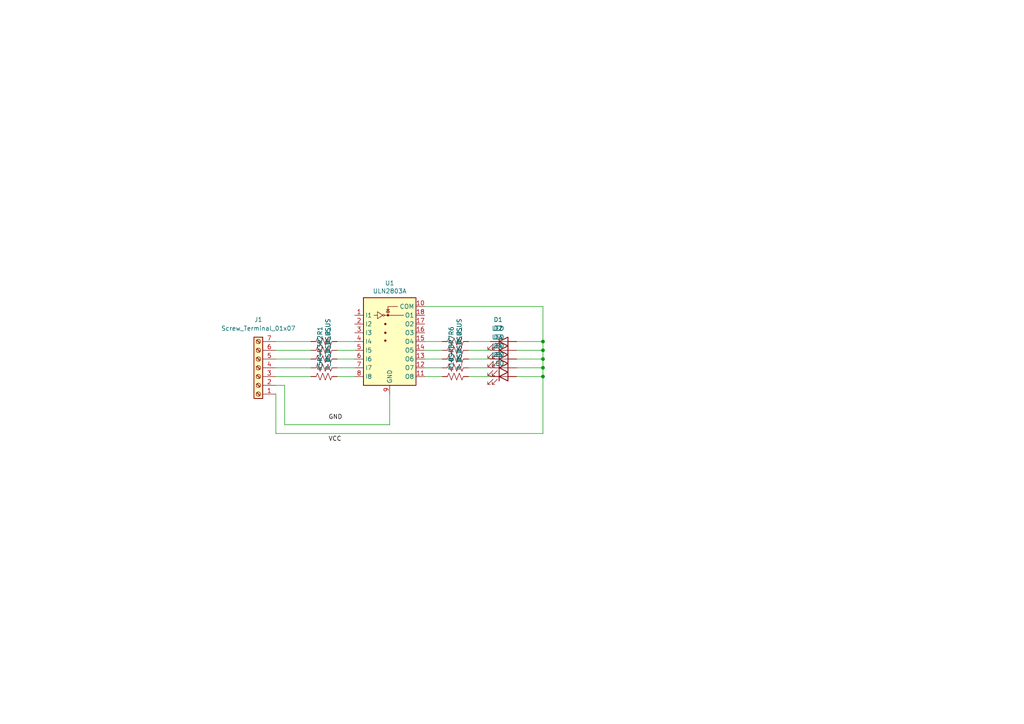
<source format=kicad_sch>
(kicad_sch (version 20211123) (generator eeschema)

  (uuid e5570b00-c21d-41c7-aa44-9e5d56b1ebcb)

  (paper "A4")

  (lib_symbols
    (symbol "Connector:Screw_Terminal_01x07" (pin_names (offset 1.016) hide) (in_bom yes) (on_board yes)
      (property "Reference" "J" (id 0) (at 0 10.16 0)
        (effects (font (size 1.27 1.27)))
      )
      (property "Value" "Screw_Terminal_01x07" (id 1) (at 0 -10.16 0)
        (effects (font (size 1.27 1.27)))
      )
      (property "Footprint" "" (id 2) (at 0 0 0)
        (effects (font (size 1.27 1.27)) hide)
      )
      (property "Datasheet" "~" (id 3) (at 0 0 0)
        (effects (font (size 1.27 1.27)) hide)
      )
      (property "ki_keywords" "screw terminal" (id 4) (at 0 0 0)
        (effects (font (size 1.27 1.27)) hide)
      )
      (property "ki_description" "Generic screw terminal, single row, 01x07, script generated (kicad-library-utils/schlib/autogen/connector/)" (id 5) (at 0 0 0)
        (effects (font (size 1.27 1.27)) hide)
      )
      (property "ki_fp_filters" "TerminalBlock*:*" (id 6) (at 0 0 0)
        (effects (font (size 1.27 1.27)) hide)
      )
      (symbol "Screw_Terminal_01x07_1_1"
        (rectangle (start -1.27 8.89) (end 1.27 -8.89)
          (stroke (width 0.254) (type default) (color 0 0 0 0))
          (fill (type background))
        )
        (circle (center 0 -7.62) (radius 0.635)
          (stroke (width 0.1524) (type default) (color 0 0 0 0))
          (fill (type none))
        )
        (circle (center 0 -5.08) (radius 0.635)
          (stroke (width 0.1524) (type default) (color 0 0 0 0))
          (fill (type none))
        )
        (circle (center 0 -2.54) (radius 0.635)
          (stroke (width 0.1524) (type default) (color 0 0 0 0))
          (fill (type none))
        )
        (polyline
          (pts
            (xy -0.5334 -7.2898)
            (xy 0.3302 -8.128)
          )
          (stroke (width 0.1524) (type default) (color 0 0 0 0))
          (fill (type none))
        )
        (polyline
          (pts
            (xy -0.5334 -4.7498)
            (xy 0.3302 -5.588)
          )
          (stroke (width 0.1524) (type default) (color 0 0 0 0))
          (fill (type none))
        )
        (polyline
          (pts
            (xy -0.5334 -2.2098)
            (xy 0.3302 -3.048)
          )
          (stroke (width 0.1524) (type default) (color 0 0 0 0))
          (fill (type none))
        )
        (polyline
          (pts
            (xy -0.5334 0.3302)
            (xy 0.3302 -0.508)
          )
          (stroke (width 0.1524) (type default) (color 0 0 0 0))
          (fill (type none))
        )
        (polyline
          (pts
            (xy -0.5334 2.8702)
            (xy 0.3302 2.032)
          )
          (stroke (width 0.1524) (type default) (color 0 0 0 0))
          (fill (type none))
        )
        (polyline
          (pts
            (xy -0.5334 5.4102)
            (xy 0.3302 4.572)
          )
          (stroke (width 0.1524) (type default) (color 0 0 0 0))
          (fill (type none))
        )
        (polyline
          (pts
            (xy -0.5334 7.9502)
            (xy 0.3302 7.112)
          )
          (stroke (width 0.1524) (type default) (color 0 0 0 0))
          (fill (type none))
        )
        (polyline
          (pts
            (xy -0.3556 -7.112)
            (xy 0.508 -7.9502)
          )
          (stroke (width 0.1524) (type default) (color 0 0 0 0))
          (fill (type none))
        )
        (polyline
          (pts
            (xy -0.3556 -4.572)
            (xy 0.508 -5.4102)
          )
          (stroke (width 0.1524) (type default) (color 0 0 0 0))
          (fill (type none))
        )
        (polyline
          (pts
            (xy -0.3556 -2.032)
            (xy 0.508 -2.8702)
          )
          (stroke (width 0.1524) (type default) (color 0 0 0 0))
          (fill (type none))
        )
        (polyline
          (pts
            (xy -0.3556 0.508)
            (xy 0.508 -0.3302)
          )
          (stroke (width 0.1524) (type default) (color 0 0 0 0))
          (fill (type none))
        )
        (polyline
          (pts
            (xy -0.3556 3.048)
            (xy 0.508 2.2098)
          )
          (stroke (width 0.1524) (type default) (color 0 0 0 0))
          (fill (type none))
        )
        (polyline
          (pts
            (xy -0.3556 5.588)
            (xy 0.508 4.7498)
          )
          (stroke (width 0.1524) (type default) (color 0 0 0 0))
          (fill (type none))
        )
        (polyline
          (pts
            (xy -0.3556 8.128)
            (xy 0.508 7.2898)
          )
          (stroke (width 0.1524) (type default) (color 0 0 0 0))
          (fill (type none))
        )
        (circle (center 0 0) (radius 0.635)
          (stroke (width 0.1524) (type default) (color 0 0 0 0))
          (fill (type none))
        )
        (circle (center 0 2.54) (radius 0.635)
          (stroke (width 0.1524) (type default) (color 0 0 0 0))
          (fill (type none))
        )
        (circle (center 0 5.08) (radius 0.635)
          (stroke (width 0.1524) (type default) (color 0 0 0 0))
          (fill (type none))
        )
        (circle (center 0 7.62) (radius 0.635)
          (stroke (width 0.1524) (type default) (color 0 0 0 0))
          (fill (type none))
        )
        (pin passive line (at -5.08 7.62 0) (length 3.81)
          (name "Pin_1" (effects (font (size 1.27 1.27))))
          (number "1" (effects (font (size 1.27 1.27))))
        )
        (pin passive line (at -5.08 5.08 0) (length 3.81)
          (name "Pin_2" (effects (font (size 1.27 1.27))))
          (number "2" (effects (font (size 1.27 1.27))))
        )
        (pin passive line (at -5.08 2.54 0) (length 3.81)
          (name "Pin_3" (effects (font (size 1.27 1.27))))
          (number "3" (effects (font (size 1.27 1.27))))
        )
        (pin passive line (at -5.08 0 0) (length 3.81)
          (name "Pin_4" (effects (font (size 1.27 1.27))))
          (number "4" (effects (font (size 1.27 1.27))))
        )
        (pin passive line (at -5.08 -2.54 0) (length 3.81)
          (name "Pin_5" (effects (font (size 1.27 1.27))))
          (number "5" (effects (font (size 1.27 1.27))))
        )
        (pin passive line (at -5.08 -5.08 0) (length 3.81)
          (name "Pin_6" (effects (font (size 1.27 1.27))))
          (number "6" (effects (font (size 1.27 1.27))))
        )
        (pin passive line (at -5.08 -7.62 0) (length 3.81)
          (name "Pin_7" (effects (font (size 1.27 1.27))))
          (number "7" (effects (font (size 1.27 1.27))))
        )
      )
    )
    (symbol "Device:LED" (pin_numbers hide) (pin_names (offset 1.016) hide) (in_bom yes) (on_board yes)
      (property "Reference" "D" (id 0) (at 0 2.54 0)
        (effects (font (size 1.27 1.27)))
      )
      (property "Value" "LED" (id 1) (at 0 -2.54 0)
        (effects (font (size 1.27 1.27)))
      )
      (property "Footprint" "" (id 2) (at 0 0 0)
        (effects (font (size 1.27 1.27)) hide)
      )
      (property "Datasheet" "~" (id 3) (at 0 0 0)
        (effects (font (size 1.27 1.27)) hide)
      )
      (property "ki_keywords" "LED diode" (id 4) (at 0 0 0)
        (effects (font (size 1.27 1.27)) hide)
      )
      (property "ki_description" "Light emitting diode" (id 5) (at 0 0 0)
        (effects (font (size 1.27 1.27)) hide)
      )
      (property "ki_fp_filters" "LED* LED_SMD:* LED_THT:*" (id 6) (at 0 0 0)
        (effects (font (size 1.27 1.27)) hide)
      )
      (symbol "LED_0_1"
        (polyline
          (pts
            (xy -1.27 -1.27)
            (xy -1.27 1.27)
          )
          (stroke (width 0.254) (type default) (color 0 0 0 0))
          (fill (type none))
        )
        (polyline
          (pts
            (xy -1.27 0)
            (xy 1.27 0)
          )
          (stroke (width 0) (type default) (color 0 0 0 0))
          (fill (type none))
        )
        (polyline
          (pts
            (xy 1.27 -1.27)
            (xy 1.27 1.27)
            (xy -1.27 0)
            (xy 1.27 -1.27)
          )
          (stroke (width 0.254) (type default) (color 0 0 0 0))
          (fill (type none))
        )
        (polyline
          (pts
            (xy -3.048 -0.762)
            (xy -4.572 -2.286)
            (xy -3.81 -2.286)
            (xy -4.572 -2.286)
            (xy -4.572 -1.524)
          )
          (stroke (width 0) (type default) (color 0 0 0 0))
          (fill (type none))
        )
        (polyline
          (pts
            (xy -1.778 -0.762)
            (xy -3.302 -2.286)
            (xy -2.54 -2.286)
            (xy -3.302 -2.286)
            (xy -3.302 -1.524)
          )
          (stroke (width 0) (type default) (color 0 0 0 0))
          (fill (type none))
        )
      )
      (symbol "LED_1_1"
        (pin passive line (at -3.81 0 0) (length 2.54)
          (name "K" (effects (font (size 1.27 1.27))))
          (number "1" (effects (font (size 1.27 1.27))))
        )
        (pin passive line (at 3.81 0 180) (length 2.54)
          (name "A" (effects (font (size 1.27 1.27))))
          (number "2" (effects (font (size 1.27 1.27))))
        )
      )
    )
    (symbol "Device:R_US" (pin_numbers hide) (pin_names (offset 0)) (in_bom yes) (on_board yes)
      (property "Reference" "R" (id 0) (at 2.54 0 90)
        (effects (font (size 1.27 1.27)))
      )
      (property "Value" "R_US" (id 1) (at -2.54 0 90)
        (effects (font (size 1.27 1.27)))
      )
      (property "Footprint" "" (id 2) (at 1.016 -0.254 90)
        (effects (font (size 1.27 1.27)) hide)
      )
      (property "Datasheet" "~" (id 3) (at 0 0 0)
        (effects (font (size 1.27 1.27)) hide)
      )
      (property "ki_keywords" "R res resistor" (id 4) (at 0 0 0)
        (effects (font (size 1.27 1.27)) hide)
      )
      (property "ki_description" "Resistor, US symbol" (id 5) (at 0 0 0)
        (effects (font (size 1.27 1.27)) hide)
      )
      (property "ki_fp_filters" "R_*" (id 6) (at 0 0 0)
        (effects (font (size 1.27 1.27)) hide)
      )
      (symbol "R_US_0_1"
        (polyline
          (pts
            (xy 0 -2.286)
            (xy 0 -2.54)
          )
          (stroke (width 0) (type default) (color 0 0 0 0))
          (fill (type none))
        )
        (polyline
          (pts
            (xy 0 2.286)
            (xy 0 2.54)
          )
          (stroke (width 0) (type default) (color 0 0 0 0))
          (fill (type none))
        )
        (polyline
          (pts
            (xy 0 -0.762)
            (xy 1.016 -1.143)
            (xy 0 -1.524)
            (xy -1.016 -1.905)
            (xy 0 -2.286)
          )
          (stroke (width 0) (type default) (color 0 0 0 0))
          (fill (type none))
        )
        (polyline
          (pts
            (xy 0 0.762)
            (xy 1.016 0.381)
            (xy 0 0)
            (xy -1.016 -0.381)
            (xy 0 -0.762)
          )
          (stroke (width 0) (type default) (color 0 0 0 0))
          (fill (type none))
        )
        (polyline
          (pts
            (xy 0 2.286)
            (xy 1.016 1.905)
            (xy 0 1.524)
            (xy -1.016 1.143)
            (xy 0 0.762)
          )
          (stroke (width 0) (type default) (color 0 0 0 0))
          (fill (type none))
        )
      )
      (symbol "R_US_1_1"
        (pin passive line (at 0 3.81 270) (length 1.27)
          (name "~" (effects (font (size 1.27 1.27))))
          (number "1" (effects (font (size 1.27 1.27))))
        )
        (pin passive line (at 0 -3.81 90) (length 1.27)
          (name "~" (effects (font (size 1.27 1.27))))
          (number "2" (effects (font (size 1.27 1.27))))
        )
      )
    )
    (symbol "Transistor_Array:ULN2803A" (in_bom yes) (on_board yes)
      (property "Reference" "U" (id 0) (at 0 13.335 0)
        (effects (font (size 1.27 1.27)))
      )
      (property "Value" "ULN2803A" (id 1) (at 0 11.43 0)
        (effects (font (size 1.27 1.27)))
      )
      (property "Footprint" "" (id 2) (at 1.27 -16.51 0)
        (effects (font (size 1.27 1.27)) (justify left) hide)
      )
      (property "Datasheet" "http://www.ti.com/lit/ds/symlink/uln2803a.pdf" (id 3) (at 2.54 -5.08 0)
        (effects (font (size 1.27 1.27)) hide)
      )
      (property "ki_keywords" "Darlington transistor array" (id 4) (at 0 0 0)
        (effects (font (size 1.27 1.27)) hide)
      )
      (property "ki_description" "Darlington Transistor Arrays, SOIC18/DIP18" (id 5) (at 0 0 0)
        (effects (font (size 1.27 1.27)) hide)
      )
      (property "ki_fp_filters" "DIP*W7.62mm* SOIC*7.5x11.6mm*P1.27mm*" (id 6) (at 0 0 0)
        (effects (font (size 1.27 1.27)) hide)
      )
      (symbol "ULN2803A_0_1"
        (rectangle (start -7.62 -15.24) (end 7.62 10.16)
          (stroke (width 0.254) (type default) (color 0 0 0 0))
          (fill (type background))
        )
        (circle (center -1.778 5.08) (radius 0.254)
          (stroke (width 0) (type default) (color 0 0 0 0))
          (fill (type none))
        )
        (circle (center -1.27 -2.286) (radius 0.254)
          (stroke (width 0) (type default) (color 0 0 0 0))
          (fill (type outline))
        )
        (circle (center -1.27 0) (radius 0.254)
          (stroke (width 0) (type default) (color 0 0 0 0))
          (fill (type outline))
        )
        (circle (center -1.27 2.54) (radius 0.254)
          (stroke (width 0) (type default) (color 0 0 0 0))
          (fill (type outline))
        )
        (circle (center -0.508 5.08) (radius 0.254)
          (stroke (width 0) (type default) (color 0 0 0 0))
          (fill (type outline))
        )
        (polyline
          (pts
            (xy -4.572 5.08)
            (xy -3.556 5.08)
          )
          (stroke (width 0) (type default) (color 0 0 0 0))
          (fill (type none))
        )
        (polyline
          (pts
            (xy -1.524 5.08)
            (xy 4.064 5.08)
          )
          (stroke (width 0) (type default) (color 0 0 0 0))
          (fill (type none))
        )
        (polyline
          (pts
            (xy 0 6.731)
            (xy -1.016 6.731)
          )
          (stroke (width 0) (type default) (color 0 0 0 0))
          (fill (type none))
        )
        (polyline
          (pts
            (xy -0.508 5.08)
            (xy -0.508 7.62)
            (xy 2.286 7.62)
          )
          (stroke (width 0) (type default) (color 0 0 0 0))
          (fill (type none))
        )
        (polyline
          (pts
            (xy -3.556 6.096)
            (xy -3.556 4.064)
            (xy -2.032 5.08)
            (xy -3.556 6.096)
          )
          (stroke (width 0) (type default) (color 0 0 0 0))
          (fill (type none))
        )
        (polyline
          (pts
            (xy 0 5.969)
            (xy -1.016 5.969)
            (xy -0.508 6.731)
            (xy 0 5.969)
          )
          (stroke (width 0) (type default) (color 0 0 0 0))
          (fill (type none))
        )
      )
      (symbol "ULN2803A_1_1"
        (pin input line (at -10.16 5.08 0) (length 2.54)
          (name "I1" (effects (font (size 1.27 1.27))))
          (number "1" (effects (font (size 1.27 1.27))))
        )
        (pin passive line (at 10.16 7.62 180) (length 2.54)
          (name "COM" (effects (font (size 1.27 1.27))))
          (number "10" (effects (font (size 1.27 1.27))))
        )
        (pin open_collector line (at 10.16 -12.7 180) (length 2.54)
          (name "O8" (effects (font (size 1.27 1.27))))
          (number "11" (effects (font (size 1.27 1.27))))
        )
        (pin open_collector line (at 10.16 -10.16 180) (length 2.54)
          (name "O7" (effects (font (size 1.27 1.27))))
          (number "12" (effects (font (size 1.27 1.27))))
        )
        (pin open_collector line (at 10.16 -7.62 180) (length 2.54)
          (name "O6" (effects (font (size 1.27 1.27))))
          (number "13" (effects (font (size 1.27 1.27))))
        )
        (pin open_collector line (at 10.16 -5.08 180) (length 2.54)
          (name "O5" (effects (font (size 1.27 1.27))))
          (number "14" (effects (font (size 1.27 1.27))))
        )
        (pin open_collector line (at 10.16 -2.54 180) (length 2.54)
          (name "O4" (effects (font (size 1.27 1.27))))
          (number "15" (effects (font (size 1.27 1.27))))
        )
        (pin open_collector line (at 10.16 0 180) (length 2.54)
          (name "O3" (effects (font (size 1.27 1.27))))
          (number "16" (effects (font (size 1.27 1.27))))
        )
        (pin open_collector line (at 10.16 2.54 180) (length 2.54)
          (name "O2" (effects (font (size 1.27 1.27))))
          (number "17" (effects (font (size 1.27 1.27))))
        )
        (pin open_collector line (at 10.16 5.08 180) (length 2.54)
          (name "O1" (effects (font (size 1.27 1.27))))
          (number "18" (effects (font (size 1.27 1.27))))
        )
        (pin input line (at -10.16 2.54 0) (length 2.54)
          (name "I2" (effects (font (size 1.27 1.27))))
          (number "2" (effects (font (size 1.27 1.27))))
        )
        (pin input line (at -10.16 0 0) (length 2.54)
          (name "I3" (effects (font (size 1.27 1.27))))
          (number "3" (effects (font (size 1.27 1.27))))
        )
        (pin input line (at -10.16 -2.54 0) (length 2.54)
          (name "I4" (effects (font (size 1.27 1.27))))
          (number "4" (effects (font (size 1.27 1.27))))
        )
        (pin input line (at -10.16 -5.08 0) (length 2.54)
          (name "I5" (effects (font (size 1.27 1.27))))
          (number "5" (effects (font (size 1.27 1.27))))
        )
        (pin input line (at -10.16 -7.62 0) (length 2.54)
          (name "I6" (effects (font (size 1.27 1.27))))
          (number "6" (effects (font (size 1.27 1.27))))
        )
        (pin input line (at -10.16 -10.16 0) (length 2.54)
          (name "I7" (effects (font (size 1.27 1.27))))
          (number "7" (effects (font (size 1.27 1.27))))
        )
        (pin input line (at -10.16 -12.7 0) (length 2.54)
          (name "I8" (effects (font (size 1.27 1.27))))
          (number "8" (effects (font (size 1.27 1.27))))
        )
        (pin power_in line (at 0 -17.78 90) (length 2.54)
          (name "GND" (effects (font (size 1.27 1.27))))
          (number "9" (effects (font (size 1.27 1.27))))
        )
      )
    )
  )

  (junction (at 157.48 104.14) (diameter 0) (color 0 0 0 0)
    (uuid 38bf1dcc-02ef-4bea-a336-abe50b44d62b)
  )
  (junction (at 157.48 99.06) (diameter 0) (color 0 0 0 0)
    (uuid 7c5899c8-cf9d-4e10-9a1c-1df38e83ade7)
  )
  (junction (at 157.48 109.22) (diameter 0) (color 0 0 0 0)
    (uuid 8701a156-313d-429d-992a-eae2430d0967)
  )
  (junction (at 157.48 101.6) (diameter 0) (color 0 0 0 0)
    (uuid 89f23aff-f77a-48a1-9c8f-0e6af0c53e54)
  )
  (junction (at 157.48 106.68) (diameter 0) (color 0 0 0 0)
    (uuid fd089b5b-e04c-42ad-bee7-ba21d1dd0cac)
  )

  (wire (pts (xy 80.01 104.14) (xy 90.17 104.14))
    (stroke (width 0) (type default) (color 0 0 0 0))
    (uuid 145090fa-54f7-4a87-a141-a49acd06d6a2)
  )
  (wire (pts (xy 80.01 101.6) (xy 90.17 101.6))
    (stroke (width 0) (type default) (color 0 0 0 0))
    (uuid 14edcec6-f69a-4f5d-a32a-3156401a082f)
  )
  (wire (pts (xy 149.86 101.6) (xy 157.48 101.6))
    (stroke (width 0) (type default) (color 0 0 0 0))
    (uuid 2bf1879f-83fe-4097-8c32-09c4f693ab2a)
  )
  (wire (pts (xy 142.24 106.68) (xy 135.89 106.68))
    (stroke (width 0) (type default) (color 0 0 0 0))
    (uuid 389e3cfb-7327-499a-8ce0-e4c871029a90)
  )
  (wire (pts (xy 97.79 99.06) (xy 102.87 99.06))
    (stroke (width 0) (type default) (color 0 0 0 0))
    (uuid 3afea441-243b-4fdb-986c-c31130f056bc)
  )
  (wire (pts (xy 157.48 99.06) (xy 157.48 88.9))
    (stroke (width 0) (type default) (color 0 0 0 0))
    (uuid 40604c6d-f8a6-4955-b8c2-a586dc38f109)
  )
  (wire (pts (xy 157.48 104.14) (xy 157.48 101.6))
    (stroke (width 0) (type default) (color 0 0 0 0))
    (uuid 453ccc4f-f8b9-460d-8ece-812ea1c81d6d)
  )
  (wire (pts (xy 128.27 109.22) (xy 123.19 109.22))
    (stroke (width 0) (type default) (color 0 0 0 0))
    (uuid 556faeee-2d55-46d3-a58e-3a00b6863bce)
  )
  (wire (pts (xy 102.87 109.22) (xy 97.79 109.22))
    (stroke (width 0) (type default) (color 0 0 0 0))
    (uuid 55c95b55-30d4-4ad4-b3ab-98891d9287c6)
  )
  (wire (pts (xy 80.01 125.73) (xy 80.01 114.3))
    (stroke (width 0) (type default) (color 0 0 0 0))
    (uuid 5a28c466-bc91-40a1-9765-b95d540faf5e)
  )
  (wire (pts (xy 128.27 101.6) (xy 123.19 101.6))
    (stroke (width 0) (type default) (color 0 0 0 0))
    (uuid 5db393b0-956d-44c3-8bfb-1f8d55249fc1)
  )
  (wire (pts (xy 142.24 101.6) (xy 135.89 101.6))
    (stroke (width 0) (type default) (color 0 0 0 0))
    (uuid 63abab31-7698-461f-ac6b-5e220bd60343)
  )
  (wire (pts (xy 82.55 123.19) (xy 113.03 123.19))
    (stroke (width 0) (type default) (color 0 0 0 0))
    (uuid 6644c4ea-1861-4cda-8975-3d507f2c7185)
  )
  (wire (pts (xy 80.01 125.73) (xy 157.48 125.73))
    (stroke (width 0) (type default) (color 0 0 0 0))
    (uuid 6f18f454-a1d6-429f-9d98-acc6cdde1930)
  )
  (wire (pts (xy 97.79 101.6) (xy 102.87 101.6))
    (stroke (width 0) (type default) (color 0 0 0 0))
    (uuid 79b5f276-f86b-4f73-9542-d476fadbb27e)
  )
  (wire (pts (xy 80.01 99.06) (xy 90.17 99.06))
    (stroke (width 0) (type default) (color 0 0 0 0))
    (uuid 8270ea41-e1df-4a1f-b4d6-7eb0c3800e48)
  )
  (wire (pts (xy 157.48 101.6) (xy 157.48 99.06))
    (stroke (width 0) (type default) (color 0 0 0 0))
    (uuid 8464ade2-4396-4320-8bbf-b98cca3a43f2)
  )
  (wire (pts (xy 157.48 106.68) (xy 157.48 104.14))
    (stroke (width 0) (type default) (color 0 0 0 0))
    (uuid 895f0a11-ef61-4aa8-88f6-510fbacf73d4)
  )
  (wire (pts (xy 123.19 99.06) (xy 128.27 99.06))
    (stroke (width 0) (type default) (color 0 0 0 0))
    (uuid 8c2c5164-7db4-4874-aebb-0be773167733)
  )
  (wire (pts (xy 157.48 99.06) (xy 149.86 99.06))
    (stroke (width 0) (type default) (color 0 0 0 0))
    (uuid 9b4e318f-ddcc-46a8-9747-d8ca8d92a770)
  )
  (wire (pts (xy 128.27 106.68) (xy 123.19 106.68))
    (stroke (width 0) (type default) (color 0 0 0 0))
    (uuid a4ca09fa-5326-4605-8d84-1eb5cf5b7dfc)
  )
  (wire (pts (xy 82.55 111.76) (xy 80.01 111.76))
    (stroke (width 0) (type default) (color 0 0 0 0))
    (uuid aefe1f82-d386-4d13-a54d-ea62533dfdb3)
  )
  (wire (pts (xy 102.87 104.14) (xy 97.79 104.14))
    (stroke (width 0) (type default) (color 0 0 0 0))
    (uuid b94fe9d5-29b1-45f3-b4ea-be9df8345f6d)
  )
  (wire (pts (xy 123.19 88.9) (xy 157.48 88.9))
    (stroke (width 0) (type default) (color 0 0 0 0))
    (uuid bd6027c9-ffca-484e-bbfb-f40da4051b46)
  )
  (wire (pts (xy 149.86 109.22) (xy 157.48 109.22))
    (stroke (width 0) (type default) (color 0 0 0 0))
    (uuid bd8cf0e9-48ed-4afa-9bdf-fe3b3d281dd5)
  )
  (wire (pts (xy 80.01 106.68) (xy 90.17 106.68))
    (stroke (width 0) (type default) (color 0 0 0 0))
    (uuid c05295ae-26e9-4fc1-8070-118a82c66bce)
  )
  (wire (pts (xy 142.24 104.14) (xy 135.89 104.14))
    (stroke (width 0) (type default) (color 0 0 0 0))
    (uuid c6d0c212-9b90-4cc2-97e1-25978a4b655c)
  )
  (wire (pts (xy 142.24 99.06) (xy 135.89 99.06))
    (stroke (width 0) (type default) (color 0 0 0 0))
    (uuid cd6a2d9d-a67a-488f-ab4e-6ecc10b871f2)
  )
  (wire (pts (xy 149.86 106.68) (xy 157.48 106.68))
    (stroke (width 0) (type default) (color 0 0 0 0))
    (uuid cf1f408c-bf7d-4c63-b12e-afb238ddf1a9)
  )
  (wire (pts (xy 142.24 109.22) (xy 135.89 109.22))
    (stroke (width 0) (type default) (color 0 0 0 0))
    (uuid d05bcb85-8c69-4db6-8092-2759907e70bf)
  )
  (wire (pts (xy 128.27 104.14) (xy 123.19 104.14))
    (stroke (width 0) (type default) (color 0 0 0 0))
    (uuid d65bdf45-562f-4fd6-8ae3-7f4833d5651c)
  )
  (wire (pts (xy 149.86 104.14) (xy 157.48 104.14))
    (stroke (width 0) (type default) (color 0 0 0 0))
    (uuid daa26d5a-78ce-42b1-8b57-e4eeab167fd4)
  )
  (wire (pts (xy 97.79 106.68) (xy 102.87 106.68))
    (stroke (width 0) (type default) (color 0 0 0 0))
    (uuid dcc80766-536e-4410-96ce-7a463e490008)
  )
  (wire (pts (xy 157.48 109.22) (xy 157.48 106.68))
    (stroke (width 0) (type default) (color 0 0 0 0))
    (uuid e3126110-0bec-4ec2-8052-4b2d4e01264e)
  )
  (wire (pts (xy 113.03 123.19) (xy 113.03 114.3))
    (stroke (width 0) (type default) (color 0 0 0 0))
    (uuid f0cf3052-aed3-4021-8ca1-4869dd687dc9)
  )
  (wire (pts (xy 82.55 123.19) (xy 82.55 111.76))
    (stroke (width 0) (type default) (color 0 0 0 0))
    (uuid f1dcd6a7-d423-4197-86e8-77f57e51253f)
  )
  (wire (pts (xy 157.48 125.73) (xy 157.48 109.22))
    (stroke (width 0) (type default) (color 0 0 0 0))
    (uuid f6223cf1-da6c-4d28-919e-3ab7fc31fc9a)
  )
  (wire (pts (xy 80.01 109.22) (xy 90.17 109.22))
    (stroke (width 0) (type default) (color 0 0 0 0))
    (uuid ff4d718c-8671-4ff1-8edb-c34f5efb701a)
  )

  (label "VCC" (at 95.25 128.27 0)
    (effects (font (size 1.27 1.27)) (justify left bottom))
    (uuid 3a4cdbf7-5be3-4543-952b-a40c6d7d5083)
  )
  (label "GND" (at 95.25 121.92 0)
    (effects (font (size 1.27 1.27)) (justify left bottom))
    (uuid 492f8dcb-820f-42f2-afd2-28a7c820a070)
  )

  (symbol (lib_id "Transistor_Array:ULN2803A") (at 113.03 96.52 0) (unit 1)
    (in_bom yes) (on_board yes)
    (uuid 00000000-0000-0000-0000-000062a60d37)
    (property "Reference" "U1" (id 0) (at 113.03 82.1182 0))
    (property "Value" "ULN2803A" (id 1) (at 113.03 84.4296 0))
    (property "Footprint" "Valve:DIP850W46P254L2324H393Q18" (id 2) (at 114.3 113.03 0)
      (effects (font (size 1.27 1.27)) (justify left) hide)
    )
    (property "Datasheet" "http://www.ti.com/lit/ds/symlink/uln2803a.pdf" (id 3) (at 115.57 101.6 0)
      (effects (font (size 1.27 1.27)) hide)
    )
    (pin "1" (uuid df30c8f2-8ffc-4fa6-99dc-e1e0b63de7e5))
    (pin "10" (uuid 14875b4f-c316-4ef0-8cc7-805b29259bea))
    (pin "11" (uuid 6a67631b-c064-45d9-9144-25247a3af171))
    (pin "12" (uuid feba9c96-2c62-4c1e-9dca-f4a3c9ca95fc))
    (pin "13" (uuid 68ba6016-860c-439d-b35b-4d008d48241d))
    (pin "14" (uuid 6e63ecc1-299d-4c76-8073-57caa38b1f0e))
    (pin "15" (uuid 15eb76a1-65ce-49d7-8ad2-20c2d6d15e05))
    (pin "16" (uuid 03dbcf37-63fd-4710-9c5d-d0d7398dd73c))
    (pin "17" (uuid 417f7d06-467e-4886-a258-fd3f45ca671e))
    (pin "18" (uuid 7cf7ba3b-d63b-4799-b0b7-559381cb781d))
    (pin "2" (uuid 686d1dbf-d237-4086-b13f-c87c85701465))
    (pin "3" (uuid 60edfd78-3f69-4405-ac2f-3ac14007529d))
    (pin "4" (uuid 6413d73a-aca9-44dd-b9be-879e52d79a46))
    (pin "5" (uuid 20cbcd8f-44c3-4885-93d4-3581f93e7418))
    (pin "6" (uuid 9a94184a-4784-436c-9bd4-ebe917def3f6))
    (pin "7" (uuid 6c389c5d-2917-4595-b159-42ab85e40e37))
    (pin "8" (uuid 6c6710bf-ac03-4680-bcf4-6e218e369db9))
    (pin "9" (uuid 3d87b1a8-1f7c-4f71-a8bf-71f7b1671549))
  )

  (symbol (lib_id "Device:R_US") (at 132.08 99.06 90) (unit 1)
    (in_bom yes) (on_board yes)
    (uuid 00000000-0000-0000-0000-000062a62b46)
    (property "Reference" "R6" (id 0) (at 130.9116 97.3328 0)
      (effects (font (size 1.27 1.27)) (justify left))
    )
    (property "Value" "" (id 1) (at 133.223 97.3328 0)
      (effects (font (size 1.27 1.27)) (justify left))
    )
    (property "Footprint" "" (id 2) (at 132.334 98.044 90)
      (effects (font (size 1.27 1.27)) hide)
    )
    (property "Datasheet" "~" (id 3) (at 132.08 99.06 0)
      (effects (font (size 1.27 1.27)) hide)
    )
    (pin "1" (uuid db4a60d3-b003-45c8-9be0-549fe1e5a74e))
    (pin "2" (uuid d71ba227-c808-4d34-aad4-de5c794e3af9))
  )

  (symbol (lib_id "Device:R_US") (at 132.08 101.6 90) (unit 1)
    (in_bom yes) (on_board yes)
    (uuid 00000000-0000-0000-0000-000062a64905)
    (property "Reference" "R7" (id 0) (at 130.9116 99.8728 0)
      (effects (font (size 1.27 1.27)) (justify left))
    )
    (property "Value" "" (id 1) (at 133.223 99.8728 0)
      (effects (font (size 1.27 1.27)) (justify left))
    )
    (property "Footprint" "" (id 2) (at 132.334 100.584 90)
      (effects (font (size 1.27 1.27)) hide)
    )
    (property "Datasheet" "~" (id 3) (at 132.08 101.6 0)
      (effects (font (size 1.27 1.27)) hide)
    )
    (pin "1" (uuid 862e7d7e-f110-4e12-9673-6cb8a4e5c42e))
    (pin "2" (uuid 03eb90cc-5938-41f2-84f7-85b3f38f1e81))
  )

  (symbol (lib_id "Device:R_US") (at 132.08 104.14 90) (unit 1)
    (in_bom yes) (on_board yes)
    (uuid 00000000-0000-0000-0000-000062a65935)
    (property "Reference" "R8" (id 0) (at 130.9116 102.4128 0)
      (effects (font (size 1.27 1.27)) (justify left))
    )
    (property "Value" "" (id 1) (at 133.223 102.4128 0)
      (effects (font (size 1.27 1.27)) (justify left))
    )
    (property "Footprint" "" (id 2) (at 132.334 103.124 90)
      (effects (font (size 1.27 1.27)) hide)
    )
    (property "Datasheet" "~" (id 3) (at 132.08 104.14 0)
      (effects (font (size 1.27 1.27)) hide)
    )
    (pin "1" (uuid f5a1df23-3d5b-4b00-b036-0643dee3c0bf))
    (pin "2" (uuid ae1e4d5e-8078-4c66-bc24-fe3ef25c9e50))
  )

  (symbol (lib_id "Device:R_US") (at 132.08 106.68 90) (unit 1)
    (in_bom yes) (on_board yes)
    (uuid 00000000-0000-0000-0000-000062a6593b)
    (property "Reference" "R9" (id 0) (at 130.9116 104.9528 0)
      (effects (font (size 1.27 1.27)) (justify left))
    )
    (property "Value" "" (id 1) (at 133.223 104.9528 0)
      (effects (font (size 1.27 1.27)) (justify left))
    )
    (property "Footprint" "" (id 2) (at 132.334 105.664 90)
      (effects (font (size 1.27 1.27)) hide)
    )
    (property "Datasheet" "~" (id 3) (at 132.08 106.68 0)
      (effects (font (size 1.27 1.27)) hide)
    )
    (pin "1" (uuid f6ca861c-2d0d-4767-a5a1-9b144515fa55))
    (pin "2" (uuid a94af345-58b7-4051-ad81-5151d51f4a89))
  )

  (symbol (lib_id "Device:R_US") (at 132.08 109.22 90) (unit 1)
    (in_bom yes) (on_board yes)
    (uuid 00000000-0000-0000-0000-000062a66c61)
    (property "Reference" "R10" (id 0) (at 130.9116 107.4928 0)
      (effects (font (size 1.27 1.27)) (justify left))
    )
    (property "Value" "" (id 1) (at 133.223 107.4928 0)
      (effects (font (size 1.27 1.27)) (justify left))
    )
    (property "Footprint" "" (id 2) (at 132.334 108.204 90)
      (effects (font (size 1.27 1.27)) hide)
    )
    (property "Datasheet" "~" (id 3) (at 132.08 109.22 0)
      (effects (font (size 1.27 1.27)) hide)
    )
    (pin "1" (uuid f340af6c-2e56-44b4-8ac2-e7bb39c9f10a))
    (pin "2" (uuid 9f83b25e-de7e-455b-8e4c-0daa73707c99))
  )

  (symbol (lib_id "Device:R_US") (at 93.98 99.06 90) (unit 1)
    (in_bom yes) (on_board yes)
    (uuid 00000000-0000-0000-0000-000062a6c527)
    (property "Reference" "R1" (id 0) (at 92.8116 97.3328 0)
      (effects (font (size 1.27 1.27)) (justify left))
    )
    (property "Value" "" (id 1) (at 95.123 97.3328 0)
      (effects (font (size 1.27 1.27)) (justify left))
    )
    (property "Footprint" "" (id 2) (at 94.234 98.044 90)
      (effects (font (size 1.27 1.27)) hide)
    )
    (property "Datasheet" "~" (id 3) (at 93.98 99.06 0)
      (effects (font (size 1.27 1.27)) hide)
    )
    (pin "1" (uuid 947ee114-4549-4cc1-98b6-e10c50665ac7))
    (pin "2" (uuid e8360e63-a65e-4356-870c-7d8e17121529))
  )

  (symbol (lib_id "Device:R_US") (at 93.98 101.6 90) (unit 1)
    (in_bom yes) (on_board yes)
    (uuid 00000000-0000-0000-0000-000062a6c52d)
    (property "Reference" "R2" (id 0) (at 92.8116 99.8728 0)
      (effects (font (size 1.27 1.27)) (justify left))
    )
    (property "Value" "" (id 1) (at 95.123 99.8728 0)
      (effects (font (size 1.27 1.27)) (justify left))
    )
    (property "Footprint" "" (id 2) (at 94.234 100.584 90)
      (effects (font (size 1.27 1.27)) hide)
    )
    (property "Datasheet" "~" (id 3) (at 93.98 101.6 0)
      (effects (font (size 1.27 1.27)) hide)
    )
    (pin "1" (uuid a12ff780-0b65-4ece-b615-e3d447941ed7))
    (pin "2" (uuid 5c4f61d5-9210-40bb-9777-0a5e1ca7e47e))
  )

  (symbol (lib_id "Device:R_US") (at 93.98 104.14 90) (unit 1)
    (in_bom yes) (on_board yes)
    (uuid 00000000-0000-0000-0000-000062a6c533)
    (property "Reference" "R3" (id 0) (at 92.8116 102.4128 0)
      (effects (font (size 1.27 1.27)) (justify left))
    )
    (property "Value" "" (id 1) (at 95.123 102.4128 0)
      (effects (font (size 1.27 1.27)) (justify left))
    )
    (property "Footprint" "" (id 2) (at 94.234 103.124 90)
      (effects (font (size 1.27 1.27)) hide)
    )
    (property "Datasheet" "~" (id 3) (at 93.98 104.14 0)
      (effects (font (size 1.27 1.27)) hide)
    )
    (pin "1" (uuid ad66465f-0a28-44f7-bcc7-bdaa46e02db6))
    (pin "2" (uuid 0fe6dc07-2974-4bf5-8f68-5e989308c33d))
  )

  (symbol (lib_id "Device:R_US") (at 93.98 106.68 90) (unit 1)
    (in_bom yes) (on_board yes)
    (uuid 00000000-0000-0000-0000-000062a6c539)
    (property "Reference" "R4" (id 0) (at 92.8116 104.9528 0)
      (effects (font (size 1.27 1.27)) (justify left))
    )
    (property "Value" "" (id 1) (at 95.123 104.9528 0)
      (effects (font (size 1.27 1.27)) (justify left))
    )
    (property "Footprint" "" (id 2) (at 94.234 105.664 90)
      (effects (font (size 1.27 1.27)) hide)
    )
    (property "Datasheet" "~" (id 3) (at 93.98 106.68 0)
      (effects (font (size 1.27 1.27)) hide)
    )
    (pin "1" (uuid 6bd863cf-ea2b-48d6-aa84-4e8167d99c25))
    (pin "2" (uuid 1a04f213-e3de-4ebf-b116-3c1dabc7d448))
  )

  (symbol (lib_id "Device:R_US") (at 93.98 109.22 90) (unit 1)
    (in_bom yes) (on_board yes)
    (uuid 00000000-0000-0000-0000-000062a6c53f)
    (property "Reference" "R5" (id 0) (at 92.8116 107.4928 0)
      (effects (font (size 1.27 1.27)) (justify left))
    )
    (property "Value" "" (id 1) (at 95.123 107.4928 0)
      (effects (font (size 1.27 1.27)) (justify left))
    )
    (property "Footprint" "" (id 2) (at 94.234 108.204 90)
      (effects (font (size 1.27 1.27)) hide)
    )
    (property "Datasheet" "~" (id 3) (at 93.98 109.22 0)
      (effects (font (size 1.27 1.27)) hide)
    )
    (pin "1" (uuid 8812abc2-862a-4ef7-b9e0-a08e06a75be5))
    (pin "2" (uuid a6b0aa23-313d-4d23-ac78-a10ad69b4a2d))
  )

  (symbol (lib_id "Device:LED") (at 146.05 99.06 0) (unit 1)
    (in_bom yes) (on_board yes) (fields_autoplaced)
    (uuid 29de8b0d-8192-4690-80e7-39cca25e8c95)
    (property "Reference" "D1" (id 0) (at 144.4625 92.71 0))
    (property "Value" "LED" (id 1) (at 144.4625 95.25 0))
    (property "Footprint" "LED_THT:LED_D5.0mm" (id 2) (at 146.05 99.06 0)
      (effects (font (size 1.27 1.27)) hide)
    )
    (property "Datasheet" "~" (id 3) (at 146.05 99.06 0)
      (effects (font (size 1.27 1.27)) hide)
    )
    (pin "1" (uuid 072a295e-4ada-42f0-9b43-2d481afd5c7b))
    (pin "2" (uuid e80014eb-dd04-48c3-8789-204f09db02bb))
  )

  (symbol (lib_id "Device:LED") (at 146.05 109.22 0) (unit 1)
    (in_bom yes) (on_board yes) (fields_autoplaced)
    (uuid 40389dd0-b6e1-4936-9b76-0621fc915b13)
    (property "Reference" "D5" (id 0) (at 144.4625 102.87 0))
    (property "Value" "LED" (id 1) (at 144.4625 105.41 0))
    (property "Footprint" "LED_THT:LED_D5.0mm" (id 2) (at 146.05 109.22 0)
      (effects (font (size 1.27 1.27)) hide)
    )
    (property "Datasheet" "~" (id 3) (at 146.05 109.22 0)
      (effects (font (size 1.27 1.27)) hide)
    )
    (pin "1" (uuid 59dd1231-9c0c-4e95-8494-c276654cd9fd))
    (pin "2" (uuid 15b77316-5e0f-437c-8ca9-5e907bd535e5))
  )

  (symbol (lib_id "Device:LED") (at 146.05 104.14 0) (unit 1)
    (in_bom yes) (on_board yes) (fields_autoplaced)
    (uuid 98871f46-01c0-4ba8-9b5e-19591e8442a0)
    (property "Reference" "D3" (id 0) (at 144.4625 97.79 0))
    (property "Value" "LED" (id 1) (at 144.4625 100.33 0))
    (property "Footprint" "LED_THT:LED_D5.0mm" (id 2) (at 146.05 104.14 0)
      (effects (font (size 1.27 1.27)) hide)
    )
    (property "Datasheet" "~" (id 3) (at 146.05 104.14 0)
      (effects (font (size 1.27 1.27)) hide)
    )
    (pin "1" (uuid 7a495979-0091-4e84-85df-5b125e268b34))
    (pin "2" (uuid 3896947a-e840-455d-9117-31b5fd17e392))
  )

  (symbol (lib_id "Device:LED") (at 146.05 106.68 0) (unit 1)
    (in_bom yes) (on_board yes) (fields_autoplaced)
    (uuid a9cc2714-8cb9-4ee6-bb2c-a2751000fd32)
    (property "Reference" "D4" (id 0) (at 144.4625 100.33 0))
    (property "Value" "LED" (id 1) (at 144.4625 102.87 0))
    (property "Footprint" "LED_THT:LED_D5.0mm" (id 2) (at 146.05 106.68 0)
      (effects (font (size 1.27 1.27)) hide)
    )
    (property "Datasheet" "~" (id 3) (at 146.05 106.68 0)
      (effects (font (size 1.27 1.27)) hide)
    )
    (pin "1" (uuid 486446fe-0585-4567-8238-2e3d69f43423))
    (pin "2" (uuid 4c793133-a8d4-4152-992e-450bb908f0ad))
  )

  (symbol (lib_id "Device:LED") (at 146.05 101.6 0) (unit 1)
    (in_bom yes) (on_board yes) (fields_autoplaced)
    (uuid b21440f5-dcd2-4ed6-91fc-12e2d951222b)
    (property "Reference" "D2" (id 0) (at 144.4625 95.25 0))
    (property "Value" "LED" (id 1) (at 144.4625 97.79 0))
    (property "Footprint" "LED_THT:LED_D5.0mm" (id 2) (at 146.05 101.6 0)
      (effects (font (size 1.27 1.27)) hide)
    )
    (property "Datasheet" "~" (id 3) (at 146.05 101.6 0)
      (effects (font (size 1.27 1.27)) hide)
    )
    (pin "1" (uuid 6309ef20-5b4c-481b-a88b-c87f0e38b172))
    (pin "2" (uuid 914617fc-2e24-4a4c-b486-37964ace6759))
  )

  (symbol (lib_id "Connector:Screw_Terminal_01x07") (at 74.93 106.68 180) (unit 1)
    (in_bom yes) (on_board yes) (fields_autoplaced)
    (uuid cffa310f-596c-4a5d-85f5-4a006c92720b)
    (property "Reference" "J1" (id 0) (at 74.93 92.71 0))
    (property "Value" "Screw_Terminal_01x07" (id 1) (at 74.93 95.25 0))
    (property "Footprint" "TerminalBlock_Altech:Altech_AK300_1x07_P5.00mm_45-Degree" (id 2) (at 74.93 106.68 0)
      (effects (font (size 1.27 1.27)) hide)
    )
    (property "Datasheet" "~" (id 3) (at 74.93 106.68 0)
      (effects (font (size 1.27 1.27)) hide)
    )
    (pin "1" (uuid a01f84ea-018f-46c7-8fb6-a92d92a2528a))
    (pin "2" (uuid 6e76889a-82d9-4f3d-9d4d-21bd45141cd1))
    (pin "3" (uuid 4e2c2e53-f082-4f1b-a1c8-0309a1f9539a))
    (pin "4" (uuid e275c106-8f81-4b92-95be-eb17353a8d5f))
    (pin "5" (uuid b54d834a-62b2-43c0-a3da-c9674c0742c0))
    (pin "6" (uuid 0503d8bd-09e8-46f4-8f4e-86f3ffbccc22))
    (pin "7" (uuid 33554d95-95e1-4e1a-bb4d-2fd5c7892423))
  )

  (sheet_instances
    (path "/" (page "1"))
  )

  (symbol_instances
    (path "/29de8b0d-8192-4690-80e7-39cca25e8c95"
      (reference "D1") (unit 1) (value "LED") (footprint "LED_THT:LED_D5.0mm")
    )
    (path "/b21440f5-dcd2-4ed6-91fc-12e2d951222b"
      (reference "D2") (unit 1) (value "LED") (footprint "LED_THT:LED_D5.0mm")
    )
    (path "/98871f46-01c0-4ba8-9b5e-19591e8442a0"
      (reference "D3") (unit 1) (value "LED") (footprint "LED_THT:LED_D5.0mm")
    )
    (path "/a9cc2714-8cb9-4ee6-bb2c-a2751000fd32"
      (reference "D4") (unit 1) (value "LED") (footprint "LED_THT:LED_D5.0mm")
    )
    (path "/40389dd0-b6e1-4936-9b76-0621fc915b13"
      (reference "D5") (unit 1) (value "LED") (footprint "LED_THT:LED_D5.0mm")
    )
    (path "/cffa310f-596c-4a5d-85f5-4a006c92720b"
      (reference "J1") (unit 1) (value "Screw_Terminal_01x07") (footprint "TerminalBlock_Altech:Altech_AK300_1x07_P5.00mm_45-Degree")
    )
    (path "/00000000-0000-0000-0000-000062a6c527"
      (reference "R1") (unit 1) (value "R_US") (footprint "Resistor_THT:R_Axial_DIN0204_L3.6mm_D1.6mm_P7.62mm_Horizontal")
    )
    (path "/00000000-0000-0000-0000-000062a6c52d"
      (reference "R2") (unit 1) (value "R_US") (footprint "Resistor_THT:R_Axial_DIN0204_L3.6mm_D1.6mm_P7.62mm_Horizontal")
    )
    (path "/00000000-0000-0000-0000-000062a6c533"
      (reference "R3") (unit 1) (value "R_US") (footprint "Resistor_THT:R_Axial_DIN0204_L3.6mm_D1.6mm_P7.62mm_Horizontal")
    )
    (path "/00000000-0000-0000-0000-000062a6c539"
      (reference "R4") (unit 1) (value "R_US") (footprint "Resistor_THT:R_Axial_DIN0204_L3.6mm_D1.6mm_P7.62mm_Horizontal")
    )
    (path "/00000000-0000-0000-0000-000062a6c53f"
      (reference "R5") (unit 1) (value "R_US") (footprint "Resistor_THT:R_Axial_DIN0204_L3.6mm_D1.6mm_P7.62mm_Horizontal")
    )
    (path "/00000000-0000-0000-0000-000062a62b46"
      (reference "R6") (unit 1) (value "R_US") (footprint "Resistor_THT:R_Axial_DIN0204_L3.6mm_D1.6mm_P7.62mm_Horizontal")
    )
    (path "/00000000-0000-0000-0000-000062a64905"
      (reference "R7") (unit 1) (value "R_US") (footprint "Resistor_THT:R_Axial_DIN0204_L3.6mm_D1.6mm_P7.62mm_Horizontal")
    )
    (path "/00000000-0000-0000-0000-000062a65935"
      (reference "R8") (unit 1) (value "R_US") (footprint "Resistor_THT:R_Axial_DIN0204_L3.6mm_D1.6mm_P7.62mm_Horizontal")
    )
    (path "/00000000-0000-0000-0000-000062a6593b"
      (reference "R9") (unit 1) (value "R_US") (footprint "Resistor_THT:R_Axial_DIN0204_L3.6mm_D1.6mm_P7.62mm_Horizontal")
    )
    (path "/00000000-0000-0000-0000-000062a66c61"
      (reference "R10") (unit 1) (value "R_US") (footprint "Resistor_THT:R_Axial_DIN0204_L3.6mm_D1.6mm_P7.62mm_Horizontal")
    )
    (path "/00000000-0000-0000-0000-000062a60d37"
      (reference "U1") (unit 1) (value "ULN2803A") (footprint "Valve:DIP850W46P254L2324H393Q18")
    )
  )
)

</source>
